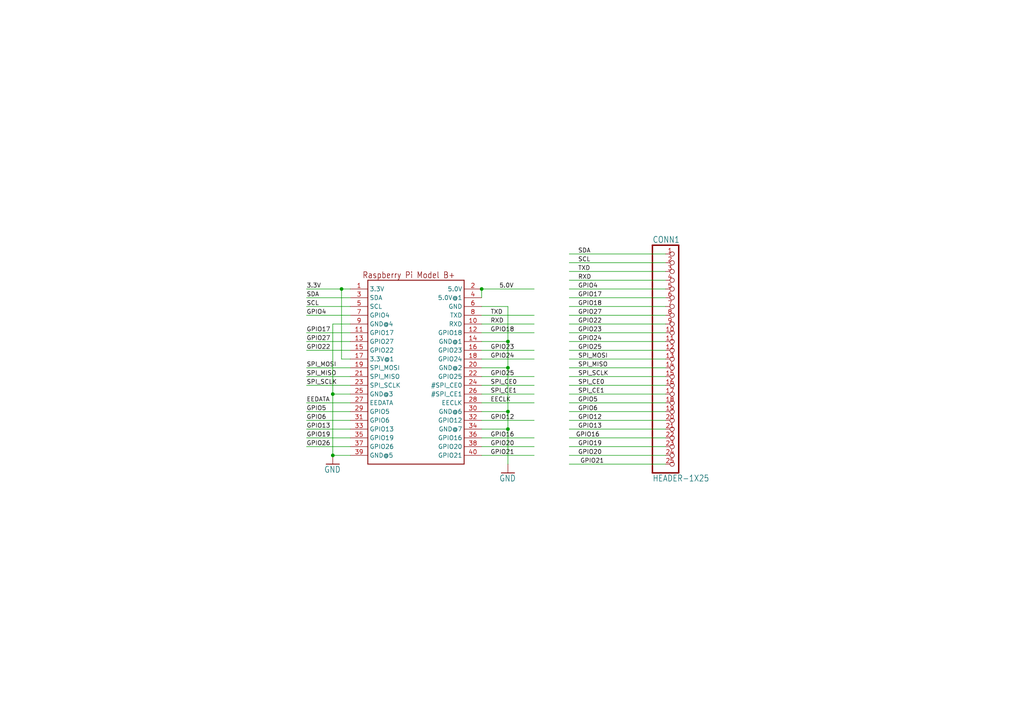
<source format=kicad_sch>
(kicad_sch (version 20230121) (generator eeschema)
  (paper "A4")
  (lib_symbols
    (symbol "working-eagle-import:GND" (power)
      (property "Value" "GND" (at -2.54 -2.54 0))
      (symbol "GND_1_0"
        (polyline (pts (xy -1.905 0) (xy 1.905 0)) (stroke (width 0.254)))
        (pin power_in line (at 0 2.54 270) (length 2.54) (name "GND") (number "1"))
      )
    )
    (symbol "working-eagle-import:HEADER-1X25"
      (property "Reference" "CONN" (at -3.81 33.655 0))
      (symbol "HEADER-1X25_1_0"
        (polyline (pts (xy -3.81 -33.02) (xy 3.81 -33.02)) (stroke (width 0.4064)))
        (polyline (pts (xy -3.81 33.02) (xy -3.81 -33.02)) (stroke (width 0.4064)))
        (polyline (pts (xy 3.81 -33.02) (xy 3.81 33.02)) (stroke (width 0.4064)))
        (polyline (pts (xy 3.81 33.02) (xy -3.81 33.02)) (stroke (width 0.4064)))
        (pin passive inverted (at 0 30.48 0) (length 2.54) (name "1") (number "1"))
        (pin passive inverted (at 0 7.62 0) (length 2.54) (name "10") (number "10"))
        (pin passive inverted (at 0 5.08 0) (length 2.54) (name "11") (number "11"))
        (pin passive inverted (at 0 2.54 0) (length 2.54) (name "12") (number "12"))
        (pin passive inverted (at 0 0 0) (length 2.54) (name "13") (number "13"))
        (pin passive inverted (at 0 -2.54 0) (length 2.54) (name "14") (number "14"))
        (pin passive inverted (at 0 -5.08 0) (length 2.54) (name "15") (number "15"))
        (pin passive inverted (at 0 -7.62 0) (length 2.54) (name "16") (number "16"))
        (pin passive inverted (at 0 -10.16 0) (length 2.54) (name "17") (number "17"))
        (pin passive inverted (at 0 -12.7 0) (length 2.54) (name "18") (number "18"))
        (pin passive inverted (at 0 -15.24 0) (length 2.54) (name "19") (number "19"))
        (pin passive inverted (at 0 27.94 0) (length 2.54) (name "2") (number "2"))
        (pin passive inverted (at 0 -17.78 0) (length 2.54) (name "20") (number "20"))
        (pin passive inverted (at 0 -20.32 0) (length 2.54) (name "21") (number "21"))
        (pin passive inverted (at 0 -22.86 0) (length 2.54) (name "22") (number "22"))
        (pin passive inverted (at 0 -25.4 0) (length 2.54) (name "23") (number "23"))
        (pin passive inverted (at 0 -27.94 0) (length 2.54) (name "24") (number "24"))
        (pin passive inverted (at 0 -30.48 0) (length 2.54) (name "25") (number "25"))
        (pin passive inverted (at 0 25.4 0) (length 2.54) (name "3") (number "3"))
        (pin passive inverted (at 0 22.86 0) (length 2.54) (name "4") (number "4"))
        (pin passive inverted (at 0 20.32 0) (length 2.54) (name "5") (number "5"))
        (pin passive inverted (at 0 17.78 0) (length 2.54) (name "6") (number "6"))
        (pin passive inverted (at 0 15.24 0) (length 2.54) (name "7") (number "7"))
        (pin passive inverted (at 0 12.7 0) (length 2.54) (name "8") (number "8"))
        (pin passive inverted (at 0 10.16 0) (length 2.54) (name "9") (number "9"))
      )
    )
    (symbol "working-eagle-import:RASPBERRYPI_BPLUS_BONNETNODIM"
      (symbol "RASPBERRYPI_BPLUS_BONNETNODIM_1_0"
        (polyline (pts (xy -12.7 -30.48) (xy -12.7 22.86)) (stroke (width 0.254)))
        (polyline (pts (xy -12.7 22.86) (xy 15.24 22.86)) (stroke (width 0.254)))
        (polyline (pts (xy 15.24 -30.48) (xy -12.7 -30.48)) (stroke (width 0.254)))
        (polyline (pts (xy 15.24 22.86) (xy 15.24 -30.48)) (stroke (width 0.254)))
        (text "Raspberry Pi Model B+" (at 12.7 25.4 0) (effects (font (size 1.778 1.5113)) (justify right top)))
        (pin power_in line (at -17.78 20.32 0) (length 5.08) (name "3.3V") (number "1"))
        (pin bidirectional line (at 20.32 10.16 180) (length 5.08) (name "RXD") (number "10"))
        (pin bidirectional line (at -17.78 7.62 0) (length 5.08) (name "GPIO17") (number "11"))
        (pin bidirectional line (at 20.32 7.62 180) (length 5.08) (name "GPIO18") (number "12"))
        (pin bidirectional line (at -17.78 5.08 0) (length 5.08) (name "GPIO27") (number "13"))
        (pin power_in line (at 20.32 5.08 180) (length 5.08) (name "GND@1") (number "14"))
        (pin bidirectional line (at -17.78 2.54 0) (length 5.08) (name "GPIO22") (number "15"))
        (pin bidirectional line (at 20.32 2.54 180) (length 5.08) (name "GPIO23") (number "16"))
        (pin power_in line (at -17.78 0 0) (length 5.08) (name "3.3V@1") (number "17"))
        (pin bidirectional line (at 20.32 0 180) (length 5.08) (name "GPIO24") (number "18"))
        (pin bidirectional line (at -17.78 -2.54 0) (length 5.08) (name "SPI_MOSI") (number "19"))
        (pin power_in line (at 20.32 20.32 180) (length 5.08) (name "5.0V") (number "2"))
        (pin power_in line (at 20.32 -2.54 180) (length 5.08) (name "GND@2") (number "20"))
        (pin bidirectional line (at -17.78 -5.08 0) (length 5.08) (name "SPI_MISO") (number "21"))
        (pin bidirectional line (at 20.32 -5.08 180) (length 5.08) (name "GPIO25") (number "22"))
        (pin bidirectional line (at -17.78 -7.62 0) (length 5.08) (name "SPI_SCLK") (number "23"))
        (pin bidirectional line (at 20.32 -7.62 180) (length 5.08) (name "#SPI_CE0") (number "24"))
        (pin power_in line (at -17.78 -10.16 0) (length 5.08) (name "GND@3") (number "25"))
        (pin bidirectional line (at 20.32 -10.16 180) (length 5.08) (name "#SPI_CE1") (number "26"))
        (pin bidirectional line (at -17.78 -12.7 0) (length 5.08) (name "EEDATA") (number "27"))
        (pin bidirectional line (at 20.32 -12.7 180) (length 5.08) (name "EECLK") (number "28"))
        (pin bidirectional line (at -17.78 -15.24 0) (length 5.08) (name "GPIO5") (number "29"))
        (pin bidirectional line (at -17.78 17.78 0) (length 5.08) (name "SDA") (number "3"))
        (pin power_in line (at 20.32 -15.24 180) (length 5.08) (name "GND@6") (number "30"))
        (pin bidirectional line (at -17.78 -17.78 0) (length 5.08) (name "GPIO6") (number "31"))
        (pin bidirectional line (at 20.32 -17.78 180) (length 5.08) (name "GPIO12") (number "32"))
        (pin bidirectional line (at -17.78 -20.32 0) (length 5.08) (name "GPIO13") (number "33"))
        (pin power_in line (at 20.32 -20.32 180) (length 5.08) (name "GND@7") (number "34"))
        (pin bidirectional line (at -17.78 -22.86 0) (length 5.08) (name "GPIO19") (number "35"))
        (pin bidirectional line (at 20.32 -22.86 180) (length 5.08) (name "GPIO16") (number "36"))
        (pin bidirectional line (at -17.78 -25.4 0) (length 5.08) (name "GPIO26") (number "37"))
        (pin bidirectional line (at 20.32 -25.4 180) (length 5.08) (name "GPIO20") (number "38"))
        (pin power_in line (at -17.78 -27.94 0) (length 5.08) (name "GND@5") (number "39"))
        (pin power_in line (at 20.32 17.78 180) (length 5.08) (name "5.0V@1") (number "4"))
        (pin bidirectional line (at 20.32 -27.94 180) (length 5.08) (name "GPIO21") (number "40"))
        (pin bidirectional line (at -17.78 15.24 0) (length 5.08) (name "SCL") (number "5"))
        (pin power_in line (at 20.32 15.24 180) (length 5.08) (name "GND") (number "6"))
        (pin bidirectional line (at -17.78 12.7 0) (length 5.08) (name "GPIO4") (number "7"))
        (pin bidirectional line (at 20.32 12.7 180) (length 5.08) (name "TXD") (number "8"))
        (pin power_in line (at -17.78 10.16 0) (length 5.08) (name "GND@4") (number "9"))
      )
    )
  )
  (junction (at 147.32 124.46))
  (junction (at 139.7 83.82))
  (junction (at 96.52 114.3))
  (junction (at 147.32 119.38))
  (junction (at 96.52 132.08))
  (junction (at 99.06 83.82))
  (junction (at 147.32 106.68))
  (junction (at 147.32 99.06))
  (wire (pts (xy 88.9 127) (xy 101.6 127)) (stroke (width 0.1524)))
  (wire (pts (xy 88.9 99.06) (xy 101.6 99.06)) (stroke (width 0.1524)))
  (wire (pts (xy 193.04 106.68) (xy 165.1 106.68)) (stroke (width 0.1524)))
  (wire (pts (xy 101.6 86.36) (xy 88.9 86.36)) (stroke (width 0.1524)))
  (wire (pts (xy 154.94 93.98) (xy 139.7 93.98)) (stroke (width 0.1524)))
  (wire (pts (xy 165.1 76.2) (xy 193.04 76.2)) (stroke (width 0.1524)))
  (wire (pts (xy 139.7 116.84) (xy 154.94 116.84)) (stroke (width 0.1524)))
  (wire (pts (xy 139.7 127) (xy 154.94 127)) (stroke (width 0.1524)))
  (wire (pts (xy 193.04 91.44) (xy 165.1 91.44)) (stroke (width 0.1524)))
  (wire (pts (xy 139.7 106.68) (xy 147.32 106.68)) (stroke (width 0.1524)))
  (wire (pts (xy 165.1 81.28) (xy 193.04 81.28)) (stroke (width 0.1524)))
  (wire (pts (xy 88.9 106.68) (xy 101.6 106.68)) (stroke (width 0.1524)))
  (wire (pts (xy 193.04 73.66) (xy 165.1 73.66)) (stroke (width 0.1524)))
  (wire (pts (xy 88.9 111.76) (xy 101.6 111.76)) (stroke (width 0.1524)))
  (wire (pts (xy 99.06 104.14) (xy 99.06 83.82)) (stroke (width 0.1524)))
  (wire (pts (xy 165.1 109.22) (xy 193.04 109.22)) (stroke (width 0.1524)))
  (wire (pts (xy 101.6 96.52) (xy 88.9 96.52)) (stroke (width 0.1524)))
  (wire (pts (xy 139.7 96.52) (xy 154.94 96.52)) (stroke (width 0.1524)))
  (wire (pts (xy 139.7 129.54) (xy 154.94 129.54)) (stroke (width 0.1524)))
  (wire (pts (xy 139.7 109.22) (xy 154.94 109.22)) (stroke (width 0.1524)))
  (wire (pts (xy 193.04 111.76) (xy 165.1 111.76)) (stroke (width 0.1524)))
  (wire (pts (xy 193.04 132.08) (xy 165.1 132.08)) (stroke (width 0.1524)))
  (wire (pts (xy 139.7 111.76) (xy 154.94 111.76)) (stroke (width 0.1524)))
  (wire (pts (xy 101.6 88.9) (xy 88.9 88.9)) (stroke (width 0.1524)))
  (wire (pts (xy 99.06 104.14) (xy 101.6 104.14)) (stroke (width 0.1524)))
  (wire (pts (xy 147.32 119.38) (xy 147.32 124.46)) (stroke (width 0.1524)))
  (wire (pts (xy 139.7 99.06) (xy 147.32 99.06)) (stroke (width 0.1524)))
  (wire (pts (xy 193.04 78.74) (xy 165.1 78.74)) (stroke (width 0.1524)))
  (wire (pts (xy 101.6 132.08) (xy 96.52 132.08)) (stroke (width 0.1524)))
  (wire (pts (xy 139.7 101.6) (xy 154.94 101.6)) (stroke (width 0.1524)))
  (wire (pts (xy 99.06 83.82) (xy 88.9 83.82)) (stroke (width 0.1524)))
  (wire (pts (xy 96.52 114.3) (xy 96.52 132.08)) (stroke (width 0.1524)))
  (wire (pts (xy 88.9 124.46) (xy 101.6 124.46)) (stroke (width 0.1524)))
  (wire (pts (xy 147.32 88.9) (xy 147.32 99.06)) (stroke (width 0.1524)))
  (wire (pts (xy 101.6 101.6) (xy 88.9 101.6)) (stroke (width 0.1524)))
  (wire (pts (xy 101.6 83.82) (xy 99.06 83.82)) (stroke (width 0.1524)))
  (wire (pts (xy 101.6 116.84) (xy 88.9 116.84)) (stroke (width 0.1524)))
  (wire (pts (xy 147.32 99.06) (xy 147.32 106.68)) (stroke (width 0.1524)))
  (wire (pts (xy 101.6 91.44) (xy 88.9 91.44)) (stroke (width 0.1524)))
  (wire (pts (xy 139.7 104.14) (xy 154.94 104.14)) (stroke (width 0.1524)))
  (wire (pts (xy 88.9 109.22) (xy 101.6 109.22)) (stroke (width 0.1524)))
  (wire (pts (xy 139.7 114.3) (xy 154.94 114.3)) (stroke (width 0.1524)))
  (wire (pts (xy 165.1 99.06) (xy 193.04 99.06)) (stroke (width 0.1524)))
  (wire (pts (xy 147.32 106.68) (xy 147.32 119.38)) (stroke (width 0.1524)))
  (wire (pts (xy 139.7 86.36) (xy 139.7 83.82)) (stroke (width 0.1524)))
  (wire (pts (xy 147.32 124.46) (xy 147.32 134.62)) (stroke (width 0.1524)))
  (wire (pts (xy 193.04 127) (xy 165.1 127)) (stroke (width 0.1524)))
  (wire (pts (xy 193.04 121.92) (xy 165.1 121.92)) (stroke (width 0.1524)))
  (wire (pts (xy 88.9 119.38) (xy 101.6 119.38)) (stroke (width 0.1524)))
  (wire (pts (xy 88.9 121.92) (xy 101.6 121.92)) (stroke (width 0.1524)))
  (wire (pts (xy 165.1 93.98) (xy 193.04 93.98)) (stroke (width 0.1524)))
  (wire (pts (xy 96.52 114.3) (xy 96.52 93.98)) (stroke (width 0.1524)))
  (wire (pts (xy 88.9 129.54) (xy 101.6 129.54)) (stroke (width 0.1524)))
  (wire (pts (xy 96.52 93.98) (xy 101.6 93.98)) (stroke (width 0.1524)))
  (wire (pts (xy 139.7 91.44) (xy 154.94 91.44)) (stroke (width 0.1524)))
  (wire (pts (xy 193.04 96.52) (xy 165.1 96.52)) (stroke (width 0.1524)))
  (wire (pts (xy 165.1 119.38) (xy 193.04 119.38)) (stroke (width 0.1524)))
  (wire (pts (xy 165.1 88.9) (xy 193.04 88.9)) (stroke (width 0.1524)))
  (wire (pts (xy 96.52 114.3) (xy 101.6 114.3)) (stroke (width 0.1524)))
  (wire (pts (xy 139.7 121.92) (xy 154.94 121.92)) (stroke (width 0.1524)))
  (wire (pts (xy 193.04 116.84) (xy 165.1 116.84)) (stroke (width 0.1524)))
  (wire (pts (xy 139.7 124.46) (xy 147.32 124.46)) (stroke (width 0.1524)))
  (wire (pts (xy 165.1 129.54) (xy 193.04 129.54)) (stroke (width 0.1524)))
  (wire (pts (xy 139.7 83.82) (xy 154.94 83.82)) (stroke (width 0.1524)))
  (wire (pts (xy 193.04 83.82) (xy 165.1 83.82)) (stroke (width 0.1524)))
  (wire (pts (xy 139.7 88.9) (xy 147.32 88.9)) (stroke (width 0.1524)))
  (wire (pts (xy 165.1 134.62) (xy 193.04 134.62)) (stroke (width 0.1524)))
  (wire (pts (xy 165.1 104.14) (xy 193.04 104.14)) (stroke (width 0.1524)))
  (wire (pts (xy 139.7 119.38) (xy 147.32 119.38)) (stroke (width 0.1524)))
  (wire (pts (xy 139.7 132.08) (xy 154.94 132.08)) (stroke (width 0.1524)))
  (wire (pts (xy 165.1 114.3) (xy 193.04 114.3)) (stroke (width 0.1524)))
  (wire (pts (xy 165.1 86.36) (xy 193.04 86.36)) (stroke (width 0.1524)))
  (wire (pts (xy 193.04 101.6) (xy 165.1 101.6)) (stroke (width 0.1524)))
  (wire (pts (xy 165.1 124.46) (xy 193.04 124.46)) (stroke (width 0.1524)))
  (label "RXD" (at 142.24 93.98 0) (effects (font (size 1.2446 1.2446))))
  (label "SPI_CE1" (at 167.64 114.3 0) (effects (font (size 1.2446 1.2446))))
  (label "SPI_MISO" (at 167.64 106.68 0) (effects (font (size 1.2446 1.2446))))
  (label "GPIO27" (at 167.64 91.44 0) (effects (font (size 1.2446 1.2446))))
  (label "GPIO17" (at 167.64 86.36 0) (effects (font (size 1.2446 1.2446))))
  (label "SPI_MOSI" (at 167.64 104.14 0) (effects (font (size 1.2446 1.2446))))
  (label "EECLK" (at 142.24 116.84 0) (effects (font (size 1.2446 1.2446))))
  (label "GPIO25" (at 167.64 101.6 0) (effects (font (size 1.2446 1.2446))))
  (label "GPIO19" (at 167.64 129.54 0) (effects (font (size 1.2446 1.2446))))
  (label "GPIO16" (at 142.24 127 0) (effects (font (size 1.2446 1.2446))))
  (label "GPIO22" (at 88.9 101.6 0) (effects (font (size 1.2446 1.2446))))
  (label "SPI_CE0" (at 142.24 111.76 0) (effects (font (size 1.2446 1.2446))))
  (label "GPIO25" (at 142.24 109.22 0) (effects (font (size 1.2446 1.2446))))
  (label "SDA" (at 88.9 86.36 0) (effects (font (size 1.2446 1.2446))))
  (label "GPIO23" (at 142.24 101.6 0) (effects (font (size 1.2446 1.2446))))
  (label "SPI_SCLK" (at 88.9 111.76 0) (effects (font (size 1.2446 1.2446))))
  (label "GPIO24" (at 167.64 99.06 0) (effects (font (size 1.2446 1.2446))))
  (label "GPIO19" (at 88.9 127 0) (effects (font (size 1.2446 1.2446))))
  (label "GPIO21" (at 142.24 132.08 0) (effects (font (size 1.2446 1.2446))))
  (label "SDA" (at 167.64 73.66 0) (effects (font (size 1.2446 1.2446))))
  (label "SPI_MISO" (at 88.9 109.22 0) (effects (font (size 1.2446 1.2446))))
  (label "GPIO16" (at 167.005 127 0) (effects (font (size 1.2446 1.2446))))
  (label "GPIO6" (at 88.9 121.92 0) (effects (font (size 1.2446 1.2446))))
  (label "GPIO13" (at 88.9 124.46 0) (effects (font (size 1.2446 1.2446))))
  (label "SPI_CE0" (at 167.64 111.76 0) (effects (font (size 1.2446 1.2446))))
  (label "GPIO12" (at 167.64 121.92 0) (effects (font (size 1.2446 1.2446))))
  (label "SPI_MOSI" (at 88.9 106.68 0) (effects (font (size 1.2446 1.2446))))
  (label "SPI_CE1" (at 142.24 114.3 0) (effects (font (size 1.2446 1.2446))))
  (label "GPIO13" (at 167.64 124.46 0) (effects (font (size 1.2446 1.2446))))
  (label "5.0V" (at 144.78 83.82 0) (effects (font (size 1.2446 1.2446))))
  (label "RXD" (at 167.64 81.28 0) (effects (font (size 1.2446 1.2446))))
  (label "TXD" (at 142.24 91.44 0) (effects (font (size 1.2446 1.2446))))
  (label "GPIO4" (at 167.64 83.82 0) (effects (font (size 1.2446 1.2446))))
  (label "GPIO18" (at 167.64 88.9 0) (effects (font (size 1.2446 1.2446))))
  (label "GPIO20" (at 142.24 129.54 0) (effects (font (size 1.2446 1.2446))))
  (label "GPIO24" (at 142.24 104.14 0) (effects (font (size 1.2446 1.2446))))
  (label "TXD" (at 167.64 78.74 0) (effects (font (size 1.2446 1.2446))))
  (label "GPIO5" (at 167.64 116.84 0) (effects (font (size 1.2446 1.2446))))
  (label "GPIO27" (at 88.9 99.06 0) (effects (font (size 1.2446 1.2446))))
  (label "GPIO20" (at 167.64 132.08 0) (effects (font (size 1.2446 1.2446))))
  (label "SCL" (at 167.64 76.2 0) (effects (font (size 1.2446 1.2446))))
  (label "GPIO22" (at 167.64 93.98 0) (effects (font (size 1.2446 1.2446))))
  (label "SPI_SCLK" (at 167.64 109.22 0) (effects (font (size 1.2446 1.2446))))
  (label "GPIO17" (at 88.9 96.52 0) (effects (font (size 1.2446 1.2446))))
  (label "GPIO26" (at 88.9 129.54 0) (effects (font (size 1.2446 1.2446))))
  (label "GPIO6" (at 167.64 119.38 0) (effects (font (size 1.2446 1.2446))))
  (label "SCL" (at 88.9 88.9 0) (effects (font (size 1.2446 1.2446))))
  (label "3.3V" (at 88.9 83.82 0) (effects (font (size 1.2446 1.2446))))
  (label "GPIO4" (at 88.9 91.44 0) (effects (font (size 1.2446 1.2446))))
  (label "GPIO12" (at 142.24 121.92 0) (effects (font (size 1.2446 1.2446))))
  (label "GPIO23" (at 167.64 96.52 0) (effects (font (size 1.2446 1.2446))))
  (label "EEDATA" (at 88.9 116.84 0) (effects (font (size 1.2446 1.2446))))
  (label "GPIO18" (at 142.24 96.52 0) (effects (font (size 1.2446 1.2446))))
  (label "GPIO21" (at 168.275 134.62 0) (effects (font (size 1.2446 1.2446))))
  (label "GPIO5" (at 88.9 119.38 0) (effects (font (size 1.2446 1.2446))))
  (symbol (lib_id "working-eagle-import:GND") (at 96.52 134.62 0) (unit 1)
    (property "Reference" "#GND1" (effects hide))
    (property "Value" "GND" (at 93.98 137.16 0) (effects (font (size 1.778 1.5113)) (justify left bottom)))
  )
  (symbol (lib_id "working-eagle-import:GND") (at 147.32 137.16 0) (unit 1)
    (property "Reference" "#GND2" (effects hide))
    (property "Value" "GND" (at 144.78 139.7 0) (effects (font (size 1.778 1.5113)) (justify left bottom)))
  )
  (symbol (lib_id "working-eagle-import:RASPBERRYPI_BPLUS_BONNETNODIM") (at 119.38 104.14 0) (unit 1)
    (property "Reference" "RPI1" (effects hide))
    (property "Value" "RASPBERRYPI_BPLUS_BONNETNODIM" (effects hide))
    (property "Footprint" "working:PI_BONNET_NODIM" (effects hide))
  )
  (symbol (lib_id "working-eagle-import:HEADER-1X25") (at 193.04 104.14 0) (unit 1)
    (property "Reference" "CONN1" (at 189.23 70.485 0) (effects (font (size 1.778 1.5113)) (justify left bottom)))
    (property "Value" "HEADER-1X25" (at 189.23 139.7 0) (effects (font (size 1.778 1.5113)) (justify left bottom)))
    (property "Footprint" "working:1X25_ROUND_70MIL" (effects hide))
  )
)
</source>
